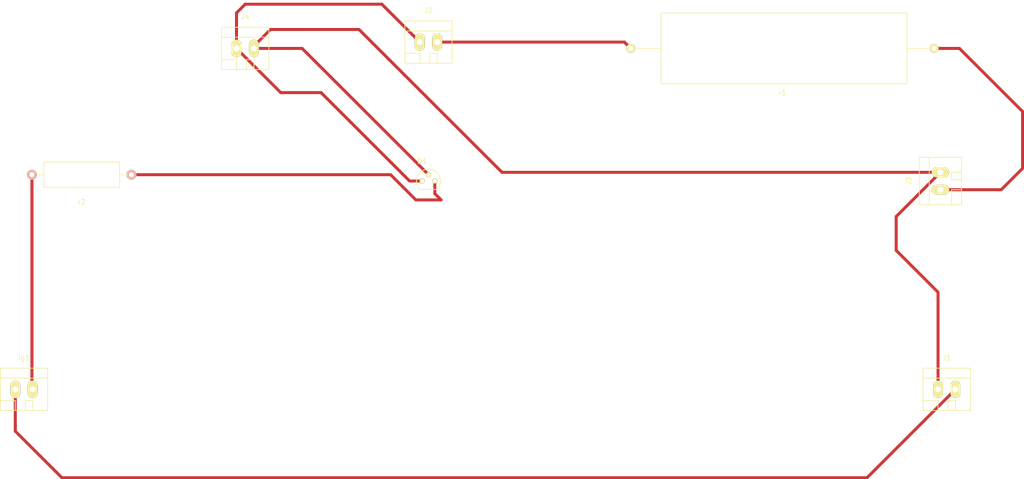
<source format=kicad_pcb>
(kicad_pcb (version 4) (host pcbnew 4.0.2-stable)

  (general
    (links 10)
    (no_connects 0)
    (area 67.365199 44.595 273.550002 141.470002)
    (thickness 1.6)
    (drawings 0)
    (tracks 43)
    (zones 0)
    (modules 8)
    (nets 8)
  )

  (page A4)
  (layers
    (0 F.Cu signal)
    (31 B.Cu signal)
    (32 B.Adhes user)
    (33 F.Adhes user)
    (34 B.Paste user)
    (35 F.Paste user)
    (36 B.SilkS user)
    (37 F.SilkS user)
    (38 B.Mask user)
    (39 F.Mask user)
    (40 Dwgs.User user)
    (41 Cmts.User user)
    (42 Eco1.User user)
    (43 Eco2.User user)
    (44 Edge.Cuts user)
    (45 Margin user)
    (46 B.CrtYd user)
    (47 F.CrtYd user)
    (48 B.Fab user)
    (49 F.Fab user)
  )

  (setup
    (last_trace_width 0.6)
    (trace_clearance 0.2)
    (zone_clearance 0.508)
    (zone_45_only no)
    (trace_min 0.2)
    (segment_width 0.2)
    (edge_width 0.15)
    (via_size 0.6)
    (via_drill 0.4)
    (via_min_size 0.4)
    (via_min_drill 0.3)
    (uvia_size 0.3)
    (uvia_drill 0.1)
    (uvias_allowed no)
    (uvia_min_size 0.2)
    (uvia_min_drill 0.1)
    (pcb_text_width 0.3)
    (pcb_text_size 1.5 1.5)
    (mod_edge_width 0.15)
    (mod_text_size 1 1)
    (mod_text_width 0.15)
    (pad_size 1.524 1.524)
    (pad_drill 0.762)
    (pad_to_mask_clearance 0.2)
    (aux_axis_origin 0 0)
    (visible_elements 7FFFFFFF)
    (pcbplotparams
      (layerselection 0x00030_80000001)
      (usegerberextensions false)
      (excludeedgelayer true)
      (linewidth 0.100000)
      (plotframeref false)
      (viasonmask false)
      (mode 1)
      (useauxorigin false)
      (hpglpennumber 1)
      (hpglpenspeed 20)
      (hpglpendiameter 15)
      (hpglpenoverlay 2)
      (psnegative false)
      (psa4output false)
      (plotreference true)
      (plotvalue true)
      (plotinvisibletext false)
      (padsonsilk false)
      (subtractmaskfromsilk false)
      (outputformat 1)
      (mirror false)
      (drillshape 1)
      (scaleselection 1)
      (outputdirectory ""))
  )

  (net 0 "")
  (net 1 "Net-(D1-Pad3)")
  (net 2 /gnd)
  (net 3 /v1)
  (net 4 "Net-(J1-Pad2)")
  (net 5 "Net-(ig1-Pad2)")
  (net 6 "Net-(J2-Pad2)")
  (net 7 "Net-(J3-Pad1)")

  (net_class Default "This is the default net class."
    (clearance 0.2)
    (trace_width 0.6)
    (via_dia 0.6)
    (via_drill 0.4)
    (uvia_dia 0.3)
    (uvia_drill 0.1)
    (add_net /gnd)
    (add_net /v1)
    (add_net "Net-(D1-Pad3)")
    (add_net "Net-(J1-Pad2)")
    (add_net "Net-(J2-Pad2)")
    (add_net "Net-(J3-Pad1)")
    (add_net "Net-(ig1-Pad2)")
  )

  (module TO_SOT_Packages_THT:TO-92_Molded_Narrow (layer F.Cu) (tedit 54F242E1) (tstamp 59E1D501)
    (at 152.4 81.28)
    (descr "TO-92 leads molded, narrow, drill 0.6mm (see NXP sot054_po.pdf)")
    (tags "to-92 sc-43 sc-43a sot54 PA33 transistor")
    (path /59C91C43)
    (fp_text reference D1 (at 0 -4) (layer F.SilkS)
      (effects (font (size 1 1) (thickness 0.15)))
    )
    (fp_text value Q_TRIAC_AAG (at 0 3) (layer F.Fab)
      (effects (font (size 1 1) (thickness 0.15)))
    )
    (fp_line (start -1.4 1.95) (end -1.4 -2.65) (layer F.CrtYd) (width 0.05))
    (fp_line (start -1.4 1.95) (end 3.9 1.95) (layer F.CrtYd) (width 0.05))
    (fp_line (start -0.43 1.7) (end 2.97 1.7) (layer F.SilkS) (width 0.15))
    (fp_arc (start 1.27 0) (end 1.27 -2.4) (angle -135) (layer F.SilkS) (width 0.15))
    (fp_arc (start 1.27 0) (end 1.27 -2.4) (angle 135) (layer F.SilkS) (width 0.15))
    (fp_line (start -1.4 -2.65) (end 3.9 -2.65) (layer F.CrtYd) (width 0.05))
    (fp_line (start 3.9 1.95) (end 3.9 -2.65) (layer F.CrtYd) (width 0.05))
    (pad 2 thru_hole circle (at 1.27 -1.27 90) (size 1.00076 1.00076) (drill 0.6) (layers *.Cu *.Mask F.SilkS)
      (net 2 /gnd))
    (pad 3 thru_hole circle (at 2.54 0 90) (size 1.00076 1.00076) (drill 0.6) (layers *.Cu *.Mask F.SilkS)
      (net 1 "Net-(D1-Pad3)"))
    (pad 1 thru_hole circle (at 0 0 90) (size 1.00076 1.00076) (drill 0.6) (layers *.Cu *.Mask F.SilkS)
      (net 3 /v1))
    (model TO_SOT_Packages_THT.3dshapes/TO-92_Molded_Narrow.wrl
      (at (xyz 0.05 0 0))
      (scale (xyz 1 1 1))
      (rotate (xyz 0 0 -90))
    )
  )

  (module Sockets_WAGO734:WAGO_734_2pin_Straight_RuggedPads (layer F.Cu) (tedit 0) (tstamp 59E1D507)
    (at 72.39 123.19)
    (descr "WAGO, Serie 734, Socket, Stiftleiste, 2 polig, 2 pin, rugged Pads, straight, gerade, Date 05Jul2010,")
    (tags "WAGO, Serie 734, Socket, Stiftleiste, 2 polig, 2 pin, rugged Pads, straight, gerade, Date 05Jul2010,")
    (path /59C9206C)
    (fp_text reference ig1 (at 0 -6.35) (layer F.SilkS)
      (effects (font (size 1 1) (thickness 0.15)))
    )
    (fp_text value Conn_01x02 (at 0 6.35) (layer F.Fab)
      (effects (font (size 1 1) (thickness 0.15)))
    )
    (fp_line (start -4.7498 -2.25044) (end 4.7498 -2.25044) (layer F.SilkS) (width 0.15))
    (fp_line (start 0.24892 4.24942) (end 0.24892 2.25044) (layer F.SilkS) (width 0.15))
    (fp_line (start 0.24892 2.25044) (end 1.75006 2.25044) (layer F.SilkS) (width 0.15))
    (fp_line (start 1.75006 2.25044) (end 1.75006 4.24942) (layer F.SilkS) (width 0.15))
    (fp_line (start -4.7498 2.25044) (end -1.75006 2.25044) (layer F.SilkS) (width 0.15))
    (fp_line (start -1.75006 2.25044) (end -1.75006 4.20116) (layer F.SilkS) (width 0.15))
    (fp_line (start 4.7498 4.24942) (end 4.7498 -4.24942) (layer F.SilkS) (width 0.15))
    (fp_line (start 4.7498 -4.24942) (end -4.7498 -4.24942) (layer F.SilkS) (width 0.15))
    (fp_line (start -4.7498 -4.24942) (end -4.7498 4.24942) (layer F.SilkS) (width 0.15))
    (fp_line (start -4.7498 4.24942) (end 4.7498 4.24942) (layer F.SilkS) (width 0.15))
    (pad 2 thru_hole oval (at 1.75006 0) (size 1.99898 3.50012) (drill 1.19888) (layers *.Cu *.Mask F.SilkS)
      (net 5 "Net-(ig1-Pad2)"))
    (pad 1 thru_hole oval (at -1.75006 0) (size 1.99898 3.50012) (drill 1.19888) (layers *.Cu *.Mask F.SilkS)
      (net 4 "Net-(J1-Pad2)"))
  )

  (module Sockets_WAGO734:WAGO_734_2pin_Straight_RuggedPads (layer F.Cu) (tedit 0) (tstamp 59E1D50D)
    (at 257.81 123.19)
    (descr "WAGO, Serie 734, Socket, Stiftleiste, 2 polig, 2 pin, rugged Pads, straight, gerade, Date 05Jul2010,")
    (tags "WAGO, Serie 734, Socket, Stiftleiste, 2 polig, 2 pin, rugged Pads, straight, gerade, Date 05Jul2010,")
    (path /59C920CB)
    (fp_text reference J1 (at 0 -6.35) (layer F.SilkS)
      (effects (font (size 1 1) (thickness 0.15)))
    )
    (fp_text value Conn_01x02 (at 0 6.35) (layer F.Fab)
      (effects (font (size 1 1) (thickness 0.15)))
    )
    (fp_line (start -4.7498 -2.25044) (end 4.7498 -2.25044) (layer F.SilkS) (width 0.15))
    (fp_line (start 0.24892 4.24942) (end 0.24892 2.25044) (layer F.SilkS) (width 0.15))
    (fp_line (start 0.24892 2.25044) (end 1.75006 2.25044) (layer F.SilkS) (width 0.15))
    (fp_line (start 1.75006 2.25044) (end 1.75006 4.24942) (layer F.SilkS) (width 0.15))
    (fp_line (start -4.7498 2.25044) (end -1.75006 2.25044) (layer F.SilkS) (width 0.15))
    (fp_line (start -1.75006 2.25044) (end -1.75006 4.20116) (layer F.SilkS) (width 0.15))
    (fp_line (start 4.7498 4.24942) (end 4.7498 -4.24942) (layer F.SilkS) (width 0.15))
    (fp_line (start 4.7498 -4.24942) (end -4.7498 -4.24942) (layer F.SilkS) (width 0.15))
    (fp_line (start -4.7498 -4.24942) (end -4.7498 4.24942) (layer F.SilkS) (width 0.15))
    (fp_line (start -4.7498 4.24942) (end 4.7498 4.24942) (layer F.SilkS) (width 0.15))
    (pad 2 thru_hole oval (at 1.75006 0) (size 1.99898 3.50012) (drill 1.19888) (layers *.Cu *.Mask F.SilkS)
      (net 4 "Net-(J1-Pad2)"))
    (pad 1 thru_hole oval (at -1.75006 0) (size 1.99898 3.50012) (drill 1.19888) (layers *.Cu *.Mask F.SilkS)
      (net 2 /gnd))
  )

  (module Sockets_WAGO734:WAGO_734_2pin_Straight_RuggedPads (layer F.Cu) (tedit 0) (tstamp 59E1D513)
    (at 153.67 53.34)
    (descr "WAGO, Serie 734, Socket, Stiftleiste, 2 polig, 2 pin, rugged Pads, straight, gerade, Date 05Jul2010,")
    (tags "WAGO, Serie 734, Socket, Stiftleiste, 2 polig, 2 pin, rugged Pads, straight, gerade, Date 05Jul2010,")
    (path /59C920F6)
    (fp_text reference J2 (at 0 -6.35) (layer F.SilkS)
      (effects (font (size 1 1) (thickness 0.15)))
    )
    (fp_text value Conn_01x02 (at 0 6.35) (layer F.Fab)
      (effects (font (size 1 1) (thickness 0.15)))
    )
    (fp_line (start -4.7498 -2.25044) (end 4.7498 -2.25044) (layer F.SilkS) (width 0.15))
    (fp_line (start 0.24892 4.24942) (end 0.24892 2.25044) (layer F.SilkS) (width 0.15))
    (fp_line (start 0.24892 2.25044) (end 1.75006 2.25044) (layer F.SilkS) (width 0.15))
    (fp_line (start 1.75006 2.25044) (end 1.75006 4.24942) (layer F.SilkS) (width 0.15))
    (fp_line (start -4.7498 2.25044) (end -1.75006 2.25044) (layer F.SilkS) (width 0.15))
    (fp_line (start -1.75006 2.25044) (end -1.75006 4.20116) (layer F.SilkS) (width 0.15))
    (fp_line (start 4.7498 4.24942) (end 4.7498 -4.24942) (layer F.SilkS) (width 0.15))
    (fp_line (start 4.7498 -4.24942) (end -4.7498 -4.24942) (layer F.SilkS) (width 0.15))
    (fp_line (start -4.7498 -4.24942) (end -4.7498 4.24942) (layer F.SilkS) (width 0.15))
    (fp_line (start -4.7498 4.24942) (end 4.7498 4.24942) (layer F.SilkS) (width 0.15))
    (pad 2 thru_hole oval (at 1.75006 0) (size 1.99898 3.50012) (drill 1.19888) (layers *.Cu *.Mask F.SilkS)
      (net 6 "Net-(J2-Pad2)"))
    (pad 1 thru_hole oval (at -1.75006 0) (size 1.99898 3.50012) (drill 1.19888) (layers *.Cu *.Mask F.SilkS)
      (net 3 /v1))
  )

  (module Sockets_WAGO734:WAGO_734_2pin_Straight_RuggedPads (layer F.Cu) (tedit 0) (tstamp 59E1D519)
    (at 256.54 81.28 90)
    (descr "WAGO, Serie 734, Socket, Stiftleiste, 2 polig, 2 pin, rugged Pads, straight, gerade, Date 05Jul2010,")
    (tags "WAGO, Serie 734, Socket, Stiftleiste, 2 polig, 2 pin, rugged Pads, straight, gerade, Date 05Jul2010,")
    (path /59C9215A)
    (fp_text reference J3 (at 0 -6.35 90) (layer F.SilkS)
      (effects (font (size 1 1) (thickness 0.15)))
    )
    (fp_text value Conn_01x02 (at 0 6.35 90) (layer F.Fab)
      (effects (font (size 1 1) (thickness 0.15)))
    )
    (fp_line (start -4.7498 -2.25044) (end 4.7498 -2.25044) (layer F.SilkS) (width 0.15))
    (fp_line (start 0.24892 4.24942) (end 0.24892 2.25044) (layer F.SilkS) (width 0.15))
    (fp_line (start 0.24892 2.25044) (end 1.75006 2.25044) (layer F.SilkS) (width 0.15))
    (fp_line (start 1.75006 2.25044) (end 1.75006 4.24942) (layer F.SilkS) (width 0.15))
    (fp_line (start -4.7498 2.25044) (end -1.75006 2.25044) (layer F.SilkS) (width 0.15))
    (fp_line (start -1.75006 2.25044) (end -1.75006 4.20116) (layer F.SilkS) (width 0.15))
    (fp_line (start 4.7498 4.24942) (end 4.7498 -4.24942) (layer F.SilkS) (width 0.15))
    (fp_line (start 4.7498 -4.24942) (end -4.7498 -4.24942) (layer F.SilkS) (width 0.15))
    (fp_line (start -4.7498 -4.24942) (end -4.7498 4.24942) (layer F.SilkS) (width 0.15))
    (fp_line (start -4.7498 4.24942) (end 4.7498 4.24942) (layer F.SilkS) (width 0.15))
    (pad 2 thru_hole oval (at 1.75006 0 90) (size 1.99898 3.50012) (drill 1.19888) (layers *.Cu *.Mask F.SilkS)
      (net 2 /gnd))
    (pad 1 thru_hole oval (at -1.75006 0 90) (size 1.99898 3.50012) (drill 1.19888) (layers *.Cu *.Mask F.SilkS)
      (net 7 "Net-(J3-Pad1)"))
  )

  (module Sockets_WAGO734:WAGO_734_2pin_Straight_RuggedPads (layer F.Cu) (tedit 0) (tstamp 59E1D51F)
    (at 116.84 54.61)
    (descr "WAGO, Serie 734, Socket, Stiftleiste, 2 polig, 2 pin, rugged Pads, straight, gerade, Date 05Jul2010,")
    (tags "WAGO, Serie 734, Socket, Stiftleiste, 2 polig, 2 pin, rugged Pads, straight, gerade, Date 05Jul2010,")
    (path /59C94880)
    (fp_text reference J4 (at 0 -6.35) (layer F.SilkS)
      (effects (font (size 1 1) (thickness 0.15)))
    )
    (fp_text value Conn_01x02 (at 0 6.35) (layer F.Fab)
      (effects (font (size 1 1) (thickness 0.15)))
    )
    (fp_line (start -4.7498 -2.25044) (end 4.7498 -2.25044) (layer F.SilkS) (width 0.15))
    (fp_line (start 0.24892 4.24942) (end 0.24892 2.25044) (layer F.SilkS) (width 0.15))
    (fp_line (start 0.24892 2.25044) (end 1.75006 2.25044) (layer F.SilkS) (width 0.15))
    (fp_line (start 1.75006 2.25044) (end 1.75006 4.24942) (layer F.SilkS) (width 0.15))
    (fp_line (start -4.7498 2.25044) (end -1.75006 2.25044) (layer F.SilkS) (width 0.15))
    (fp_line (start -1.75006 2.25044) (end -1.75006 4.20116) (layer F.SilkS) (width 0.15))
    (fp_line (start 4.7498 4.24942) (end 4.7498 -4.24942) (layer F.SilkS) (width 0.15))
    (fp_line (start 4.7498 -4.24942) (end -4.7498 -4.24942) (layer F.SilkS) (width 0.15))
    (fp_line (start -4.7498 -4.24942) (end -4.7498 4.24942) (layer F.SilkS) (width 0.15))
    (fp_line (start -4.7498 4.24942) (end 4.7498 4.24942) (layer F.SilkS) (width 0.15))
    (pad 2 thru_hole oval (at 1.75006 0) (size 1.99898 3.50012) (drill 1.19888) (layers *.Cu *.Mask F.SilkS)
      (net 2 /gnd))
    (pad 1 thru_hole oval (at -1.75006 0) (size 1.99898 3.50012) (drill 1.19888) (layers *.Cu *.Mask F.SilkS)
      (net 3 /v1))
  )

  (module Resistors_ThroughHole:Resistor_Ceramic_Horizontal_L50mm-W14mm-H13mm-p60mm (layer F.Cu) (tedit 53FEE67B) (tstamp 59E1D525)
    (at 224.79 54.61 180)
    (descr "Resistor, Ceramic, Horizontal")
    (tags "Resistor, Ceramic, Horizontal")
    (path /59C91CA9)
    (fp_text reference r1 (at 0 -8.89 180) (layer F.SilkS)
      (effects (font (size 1 1) (thickness 0.15)))
    )
    (fp_text value 1k (at 0 8.89 180) (layer F.Fab)
      (effects (font (size 1 1) (thickness 0.15)))
    )
    (fp_line (start -25.019 -7.112) (end -25.019 7.112) (layer F.SilkS) (width 0.15))
    (fp_line (start -25.019 7.112) (end 24.384 7.112) (layer F.SilkS) (width 0.15))
    (fp_line (start 24.384 7.112) (end 24.384 -7.112) (layer F.SilkS) (width 0.15))
    (fp_line (start 24.384 -7.112) (end -25.019 -7.112) (layer F.SilkS) (width 0.15))
    (fp_line (start -25.019 0) (end -29.21 0) (layer F.SilkS) (width 0.15))
    (fp_line (start 24.384 0) (end 29.21 0) (layer F.SilkS) (width 0.15))
    (pad 1 thru_hole circle (at -30.48 0) (size 1.8 1.8) (drill 0.9) (layers *.Cu *.Mask F.SilkS)
      (net 7 "Net-(J3-Pad1)"))
    (pad 2 thru_hole circle (at 30.48 0) (size 1.8 1.8) (drill 0.9) (layers *.Cu *.Mask F.SilkS)
      (net 6 "Net-(J2-Pad2)"))
    (model Resistors_ThroughHole.3dshapes/Resistor_Ceramic_Horizontal_L50mm-W14mm-H13mm-p60mm.wrl
      (at (xyz 0 0 0))
      (scale (xyz 4 4 4))
      (rotate (xyz 0 0 0))
    )
  )

  (module Resistors_ThroughHole:Resistor_Horizontal_RM20mm (layer F.Cu) (tedit 569FCECB) (tstamp 59E1D52B)
    (at 93.98 80.01 180)
    (descr "Resistor, Axial, RM 20mm,")
    (tags "Resistor Axial RM 20mm")
    (path /59C91C84)
    (fp_text reference r2 (at 10 -5.4991 180) (layer F.SilkS)
      (effects (font (size 1 1) (thickness 0.15)))
    )
    (fp_text value 1k (at 10 5.00126 180) (layer F.Fab)
      (effects (font (size 1 1) (thickness 0.15)))
    )
    (fp_line (start -1.25 2.8) (end -1.25 -2.8) (layer F.CrtYd) (width 0.05))
    (fp_line (start -1.25 -2.8) (end 21.25 -2.8) (layer F.CrtYd) (width 0.05))
    (fp_line (start 21.25 -2.8) (end 21.25 2.8) (layer F.CrtYd) (width 0.05))
    (fp_line (start 21.25 2.8) (end -1.25 2.8) (layer F.CrtYd) (width 0.05))
    (fp_line (start 2.38 -2.54) (end 2.38 2.54) (layer F.SilkS) (width 0.15))
    (fp_line (start 2.38 2.54) (end 17.62 2.54) (layer F.SilkS) (width 0.15))
    (fp_line (start 17.62 2.54) (end 17.62 0) (layer F.SilkS) (width 0.15))
    (fp_line (start 17.62 0) (end 17.62 -2.54) (layer F.SilkS) (width 0.15))
    (fp_line (start 17.62 -2.54) (end 2.38 -2.54) (layer F.SilkS) (width 0.15))
    (fp_line (start 18.73 0) (end 17.62 0) (layer F.SilkS) (width 0.15))
    (fp_line (start 1.27 0) (end 2.38 0) (layer F.SilkS) (width 0.15))
    (pad 1 thru_hole circle (at 0 0 180) (size 1.99898 1.99898) (drill 1.00076) (layers *.Cu *.SilkS *.Mask)
      (net 1 "Net-(D1-Pad3)"))
    (pad 2 thru_hole circle (at 20 0 180) (size 1.99898 1.99898) (drill 1.00076) (layers *.Cu *.SilkS *.Mask)
      (net 5 "Net-(ig1-Pad2)"))
    (model Resistors_ThroughHole.3dshapes/Resistor_Horizontal_RM20mm.wrl
      (at (xyz 0.395 0 0))
      (scale (xyz 0.395 0.4 0.4))
      (rotate (xyz 0 0 0))
    )
  )

  (segment (start 93.98 80.01) (end 146.05 80.01) (width 0.6) (layer F.Cu) (net 1) (status 400000))
  (segment (start 154.94 83.82) (end 154.94 81.28) (width 0.6) (layer F.Cu) (net 1) (tstamp 59E1D81C) (status 800000))
  (segment (start 156.21 85.09) (end 154.94 83.82) (width 0.6) (layer F.Cu) (net 1) (tstamp 59E1D81A))
  (segment (start 151.13 85.09) (end 156.21 85.09) (width 0.6) (layer F.Cu) (net 1) (tstamp 59E1D815))
  (segment (start 146.05 80.01) (end 151.13 85.09) (width 0.6) (layer F.Cu) (net 1) (tstamp 59E1D800))
  (segment (start 256.05994 123.19) (end 256.05994 103.65994) (width 0.6) (layer F.Cu) (net 2) (status 400000))
  (segment (start 247.65 88.41994) (end 256.54 79.52994) (width 0.6) (layer F.Cu) (net 2) (tstamp 59E1D8D1) (status 800000))
  (segment (start 247.65 95.25) (end 247.65 88.41994) (width 0.6) (layer F.Cu) (net 2) (tstamp 59E1D8CF))
  (segment (start 256.05994 103.65994) (end 247.65 95.25) (width 0.6) (layer F.Cu) (net 2) (tstamp 59E1D8CB))
  (segment (start 118.59006 54.61) (end 118.59006 54.12994) (width 0.6) (layer F.Cu) (net 2) (status C00000))
  (segment (start 118.59006 54.12994) (end 121.92 50.8) (width 0.6) (layer F.Cu) (net 2) (tstamp 59E1D860) (status 400000))
  (segment (start 121.92 50.8) (end 139.7 50.8) (width 0.6) (layer F.Cu) (net 2) (tstamp 59E1D86A))
  (segment (start 139.7 50.8) (end 168.42994 79.52994) (width 0.6) (layer F.Cu) (net 2) (tstamp 59E1D86E))
  (segment (start 168.42994 79.52994) (end 256.54 79.52994) (width 0.6) (layer F.Cu) (net 2) (tstamp 59E1D874) (status 800000))
  (segment (start 118.59006 54.61) (end 128.27 54.61) (width 0.6) (layer F.Cu) (net 2) (status 400000))
  (segment (start 128.27 54.61) (end 153.67 80.01) (width 0.6) (layer F.Cu) (net 2) (tstamp 59E1D834) (status 800000))
  (segment (start 256.05994 123.19) (end 256.05994 108.43006) (width 0.25) (layer F.Cu) (net 2) (status 400000))
  (segment (start 152.4 81.28) (end 149.86 81.28) (width 0.6) (layer F.Cu) (net 3) (status 400000))
  (segment (start 123.97994 63.5) (end 115.08994 54.61) (width 0.6) (layer F.Cu) (net 3) (tstamp 59E1D84C) (status 800000))
  (segment (start 132.08 63.5) (end 123.97994 63.5) (width 0.6) (layer F.Cu) (net 3) (tstamp 59E1D84A))
  (segment (start 149.86 81.28) (end 132.08 63.5) (width 0.6) (layer F.Cu) (net 3) (tstamp 59E1D842))
  (segment (start 115.08994 54.61) (end 115.08994 47.47006) (width 0.6) (layer F.Cu) (net 3) (status 400000))
  (segment (start 144.29994 45.72) (end 151.91994 53.34) (width 0.6) (layer F.Cu) (net 3) (tstamp 59E1D82F) (status 800000))
  (segment (start 116.84 45.72) (end 144.29994 45.72) (width 0.6) (layer F.Cu) (net 3) (tstamp 59E1D82B))
  (segment (start 115.08994 47.47006) (end 116.84 45.72) (width 0.6) (layer F.Cu) (net 3) (tstamp 59E1D828))
  (segment (start 70.63994 123.19) (end 70.63994 131.59994) (width 0.6) (layer F.Cu) (net 4) (status 400000))
  (segment (start 70.63994 131.59994) (end 80.01 140.97) (width 0.6) (layer F.Cu) (net 4) (tstamp 59E1D7AF))
  (segment (start 80.01 140.97) (end 241.78006 140.97) (width 0.6) (layer F.Cu) (net 4) (tstamp 59E1D7B0))
  (segment (start 241.78006 140.97) (end 259.56006 123.19) (width 0.6) (layer F.Cu) (net 4) (tstamp 59E1D7B9) (status 800000))
  (segment (start 241.78006 140.97) (end 259.56006 123.19) (width 0.25) (layer F.Cu) (net 4) (tstamp 59E1D6C3) (status 800000))
  (segment (start 80.01 140.97) (end 241.78006 140.97) (width 0.25) (layer F.Cu) (net 4) (tstamp 59E1D6BF))
  (segment (start 70.63994 131.59994) (end 80.01 140.97) (width 0.25) (layer F.Cu) (net 4) (tstamp 59E1D6BB))
  (segment (start 73.98 80.01) (end 73.98 123.02994) (width 0.6) (layer F.Cu) (net 5) (status C00000))
  (segment (start 73.98 123.02994) (end 74.14006 123.19) (width 0.6) (layer F.Cu) (net 5) (tstamp 59E1D7A9) (status C00000))
  (segment (start 74.14006 123.19) (end 74.14006 80.17006) (width 0.25) (layer F.Cu) (net 5) (status C00000))
  (segment (start 74.14006 80.17006) (end 73.98 80.01) (width 0.25) (layer F.Cu) (net 5) (tstamp 59E1D6B4) (status C00000))
  (segment (start 155.42006 53.34) (end 193.04 53.34) (width 0.6) (layer F.Cu) (net 6) (status 400000))
  (segment (start 193.04 53.34) (end 194.31 54.61) (width 0.6) (layer F.Cu) (net 6) (tstamp 59E1D856) (status 800000))
  (segment (start 255.27 54.61) (end 260.35 54.61) (width 0.6) (layer F.Cu) (net 7) (status 400000))
  (segment (start 268.75994 83.03006) (end 256.54 83.03006) (width 0.6) (layer F.Cu) (net 7) (tstamp 59E1D963) (status 800000))
  (segment (start 273.05 78.74) (end 268.75994 83.03006) (width 0.6) (layer F.Cu) (net 7) (tstamp 59E1D958))
  (segment (start 273.05 67.31) (end 273.05 78.74) (width 0.6) (layer F.Cu) (net 7) (tstamp 59E1D952))
  (segment (start 260.35 54.61) (end 273.05 67.31) (width 0.6) (layer F.Cu) (net 7) (tstamp 59E1D94D))

)

</source>
